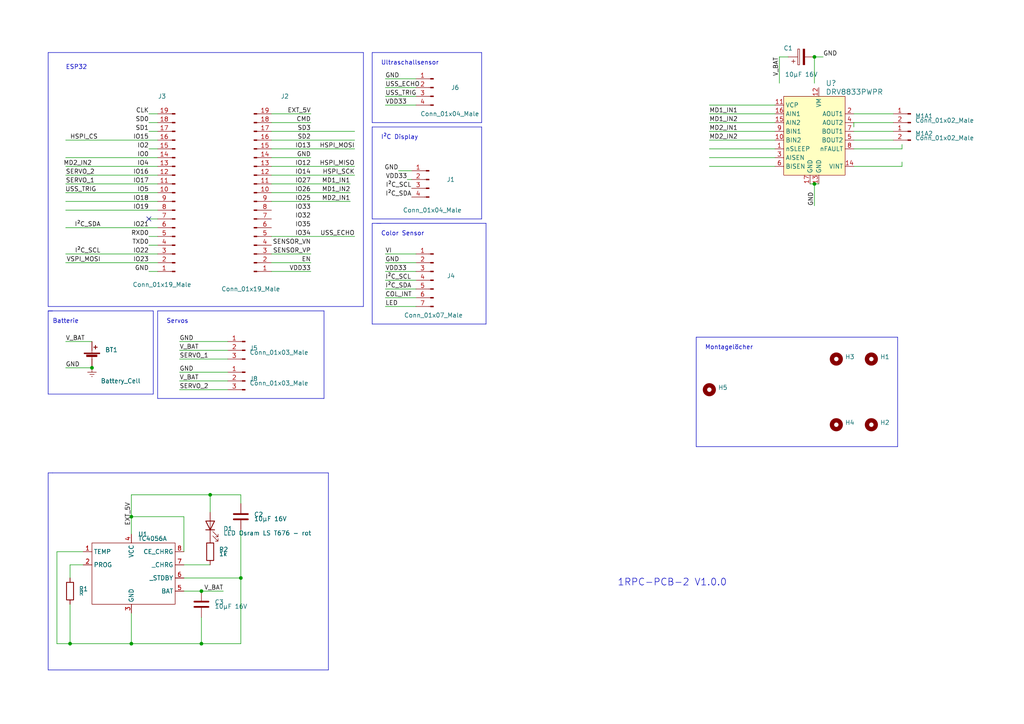
<source format=kicad_sch>
(kicad_sch (version 20220104) (generator eeschema)
  (paper "A4")
  (lib_symbols
    (symbol "Connector:Conn_01x02_Male" (pin_names (offset 1.016) hide)
      (property "Reference" "J" (at 0 2.54 0))
      (property "Value" "Conn_01x02_Male" (at 0 -5.08 0))
      (symbol "Conn_01x02_Male_1_1"
        (polyline (pts (xy 1.27 -2.54) (xy 0.8636 -2.54)) (stroke (width 0.1524)))
        (polyline (pts (xy 1.27 0) (xy 0.8636 0)) (stroke (width 0.1524)))
        (rectangle (start 0.8636 -2.413) (end 0 -2.667) (stroke (width 0.1524)) (fill (type outline)))
        (rectangle (start 0.8636 0.127) (end 0 -0.127) (stroke (width 0.1524)) (fill (type outline)))
        (pin passive line (at 5.08 0 180) (length 3.81) (name "Pin_1") (number "1"))
        (pin passive line (at 5.08 -2.54 180) (length 3.81) (name "Pin_2") (number "2"))
      )
    )
    (symbol "Connector:Conn_01x03_Male" (pin_names (offset 1.016) hide)
      (property "Reference" "J" (at 0 5.08 0))
      (property "Value" "Conn_01x03_Male" (at 0 -5.08 0))
      (symbol "Conn_01x03_Male_1_1"
        (polyline (pts (xy 1.27 -2.54) (xy 0.8636 -2.54)) (stroke (width 0.1524)))
        (polyline (pts (xy 1.27 0) (xy 0.8636 0)) (stroke (width 0.1524)))
        (polyline (pts (xy 1.27 2.54) (xy 0.8636 2.54)) (stroke (width 0.1524)))
        (rectangle (start 0.8636 -2.413) (end 0 -2.667) (stroke (width 0.1524)) (fill (type outline)))
        (rectangle (start 0.8636 0.127) (end 0 -0.127) (stroke (width 0.1524)) (fill (type outline)))
        (rectangle (start 0.8636 2.667) (end 0 2.413) (stroke (width 0.1524)) (fill (type outline)))
        (pin passive line (at 5.08 2.54 180) (length 3.81) (name "Pin_1") (number "1"))
        (pin passive line (at 5.08 0 180) (length 3.81) (name "Pin_2") (number "2"))
        (pin passive line (at 5.08 -2.54 180) (length 3.81) (name "Pin_3") (number "3"))
      )
    )
    (symbol "Connector:Conn_01x04_Male" (pin_names (offset 1.016) hide)
      (property "Reference" "J" (at 0 5.08 0))
      (property "Value" "Conn_01x04_Male" (at 0 -7.62 0))
      (symbol "Conn_01x04_Male_1_1"
        (polyline (pts (xy 1.27 -5.08) (xy 0.8636 -5.08)) (stroke (width 0.1524)))
        (polyline (pts (xy 1.27 -2.54) (xy 0.8636 -2.54)) (stroke (width 0.1524)))
        (polyline (pts (xy 1.27 0) (xy 0.8636 0)) (stroke (width 0.1524)))
        (polyline (pts (xy 1.27 2.54) (xy 0.8636 2.54)) (stroke (width 0.1524)))
        (rectangle (start 0.8636 -4.953) (end 0 -5.207) (stroke (width 0.1524)) (fill (type outline)))
        (rectangle (start 0.8636 -2.413) (end 0 -2.667) (stroke (width 0.1524)) (fill (type outline)))
        (rectangle (start 0.8636 0.127) (end 0 -0.127) (stroke (width 0.1524)) (fill (type outline)))
        (rectangle (start 0.8636 2.667) (end 0 2.413) (stroke (width 0.1524)) (fill (type outline)))
        (pin passive line (at 5.08 2.54 180) (length 3.81) (name "Pin_1") (number "1"))
        (pin passive line (at 5.08 0 180) (length 3.81) (name "Pin_2") (number "2"))
        (pin passive line (at 5.08 -2.54 180) (length 3.81) (name "Pin_3") (number "3"))
        (pin passive line (at 5.08 -5.08 180) (length 3.81) (name "Pin_4") (number "4"))
      )
    )
    (symbol "Connector:Conn_01x07_Male" (pin_names (offset 1.016) hide)
      (property "Reference" "J" (at 0 10.16 0))
      (property "Value" "Conn_01x07_Male" (at 0 -10.16 0))
      (symbol "Conn_01x07_Male_1_1"
        (polyline (pts (xy 1.27 -7.62) (xy 0.8636 -7.62)) (stroke (width 0.1524)))
        (polyline (pts (xy 1.27 -5.08) (xy 0.8636 -5.08)) (stroke (width 0.1524)))
        (polyline (pts (xy 1.27 -2.54) (xy 0.8636 -2.54)) (stroke (width 0.1524)))
        (polyline (pts (xy 1.27 0) (xy 0.8636 0)) (stroke (width 0.1524)))
        (polyline (pts (xy 1.27 2.54) (xy 0.8636 2.54)) (stroke (width 0.1524)))
        (polyline (pts (xy 1.27 5.08) (xy 0.8636 5.08)) (stroke (width 0.1524)))
        (polyline (pts (xy 1.27 7.62) (xy 0.8636 7.62)) (stroke (width 0.1524)))
        (rectangle (start 0.8636 -7.493) (end 0 -7.747) (stroke (width 0.1524)) (fill (type outline)))
        (rectangle (start 0.8636 -4.953) (end 0 -5.207) (stroke (width 0.1524)) (fill (type outline)))
        (rectangle (start 0.8636 -2.413) (end 0 -2.667) (stroke (width 0.1524)) (fill (type outline)))
        (rectangle (start 0.8636 0.127) (end 0 -0.127) (stroke (width 0.1524)) (fill (type outline)))
        (rectangle (start 0.8636 2.667) (end 0 2.413) (stroke (width 0.1524)) (fill (type outline)))
        (rectangle (start 0.8636 5.207) (end 0 4.953) (stroke (width 0.1524)) (fill (type outline)))
        (rectangle (start 0.8636 7.747) (end 0 7.493) (stroke (width 0.1524)) (fill (type outline)))
        (pin passive line (at 5.08 7.62 180) (length 3.81) (name "Pin_1") (number "1"))
        (pin passive line (at 5.08 5.08 180) (length 3.81) (name "Pin_2") (number "2"))
        (pin passive line (at 5.08 2.54 180) (length 3.81) (name "Pin_3") (number "3"))
        (pin passive line (at 5.08 0 180) (length 3.81) (name "Pin_4") (number "4"))
        (pin passive line (at 5.08 -2.54 180) (length 3.81) (name "Pin_5") (number "5"))
        (pin passive line (at 5.08 -5.08 180) (length 3.81) (name "Pin_6") (number "6"))
        (pin passive line (at 5.08 -7.62 180) (length 3.81) (name "Pin_7") (number "7"))
      )
    )
    (symbol "Connector:Conn_01x19_Male" (pin_names (offset 1.016) hide)
      (property "Reference" "J" (at 0 25.4 0))
      (property "Value" "Conn_01x19_Male" (at 0 -25.4 0))
      (symbol "Conn_01x19_Male_1_1"
        (polyline (pts (xy 1.27 -22.86) (xy 0.8636 -22.86)) (stroke (width 0.1524)))
        (polyline (pts (xy 1.27 -20.32) (xy 0.8636 -20.32)) (stroke (width 0.1524)))
        (polyline (pts (xy 1.27 -17.78) (xy 0.8636 -17.78)) (stroke (width 0.1524)))
        (polyline (pts (xy 1.27 -15.24) (xy 0.8636 -15.24)) (stroke (width 0.1524)))
        (polyline (pts (xy 1.27 -12.7) (xy 0.8636 -12.7)) (stroke (width 0.1524)))
        (polyline (pts (xy 1.27 -10.16) (xy 0.8636 -10.16)) (stroke (width 0.1524)))
        (polyline (pts (xy 1.27 -7.62) (xy 0.8636 -7.62)) (stroke (width 0.1524)))
        (polyline (pts (xy 1.27 -5.08) (xy 0.8636 -5.08)) (stroke (width 0.1524)))
        (polyline (pts (xy 1.27 -2.54) (xy 0.8636 -2.54)) (stroke (width 0.1524)))
        (polyline (pts (xy 1.27 0) (xy 0.8636 0)) (stroke (width 0.1524)))
        (polyline (pts (xy 1.27 2.54) (xy 0.8636 2.54)) (stroke (width 0.1524)))
        (polyline (pts (xy 1.27 5.08) (xy 0.8636 5.08)) (stroke (width 0.1524)))
        (polyline (pts (xy 1.27 7.62) (xy 0.8636 7.62)) (stroke (width 0.1524)))
        (polyline (pts (xy 1.27 10.16) (xy 0.8636 10.16)) (stroke (width 0.1524)))
        (polyline (pts (xy 1.27 12.7) (xy 0.8636 12.7)) (stroke (width 0.1524)))
        (polyline (pts (xy 1.27 15.24) (xy 0.8636 15.24)) (stroke (width 0.1524)))
        (polyline (pts (xy 1.27 17.78) (xy 0.8636 17.78)) (stroke (width 0.1524)))
        (polyline (pts (xy 1.27 20.32) (xy 0.8636 20.32)) (stroke (width 0.1524)))
        (polyline (pts (xy 1.27 22.86) (xy 0.8636 22.86)) (stroke (width 0.1524)))
        (rectangle (start 0.8636 -22.733) (end 0 -22.987) (stroke (width 0.1524)) (fill (type outline)))
        (rectangle (start 0.8636 -20.193) (end 0 -20.447) (stroke (width 0.1524)) (fill (type outline)))
        (rectangle (start 0.8636 -17.653) (end 0 -17.907) (stroke (width 0.1524)) (fill (type outline)))
        (rectangle (start 0.8636 -15.113) (end 0 -15.367) (stroke (width 0.1524)) (fill (type outline)))
        (rectangle (start 0.8636 -12.573) (end 0 -12.827) (stroke (width 0.1524)) (fill (type outline)))
        (rectangle (start 0.8636 -10.033) (end 0 -10.287) (stroke (width 0.1524)) (fill (type outline)))
        (rectangle (start 0.8636 -7.493) (end 0 -7.747) (stroke (width 0.1524)) (fill (type outline)))
        (rectangle (start 0.8636 -4.953) (end 0 -5.207) (stroke (width 0.1524)) (fill (type outline)))
        (rectangle (start 0.8636 -2.413) (end 0 -2.667) (stroke (width 0.1524)) (fill (type outline)))
        (rectangle (start 0.8636 0.127) (end 0 -0.127) (stroke (width 0.1524)) (fill (type outline)))
        (rectangle (start 0.8636 2.667) (end 0 2.413) (stroke (width 0.1524)) (fill (type outline)))
        (rectangle (start 0.8636 5.207) (end 0 4.953) (stroke (width 0.1524)) (fill (type outline)))
        (rectangle (start 0.8636 7.747) (end 0 7.493) (stroke (width 0.1524)) (fill (type outline)))
        (rectangle (start 0.8636 10.287) (end 0 10.033) (stroke (width 0.1524)) (fill (type outline)))
        (rectangle (start 0.8636 12.827) (end 0 12.573) (stroke (width 0.1524)) (fill (type outline)))
        (rectangle (start 0.8636 15.367) (end 0 15.113) (stroke (width 0.1524)) (fill (type outline)))
        (rectangle (start 0.8636 17.907) (end 0 17.653) (stroke (width 0.1524)) (fill (type outline)))
        (rectangle (start 0.8636 20.447) (end 0 20.193) (stroke (width 0.1524)) (fill (type outline)))
        (rectangle (start 0.8636 22.987) (end 0 22.733) (stroke (width 0.1524)) (fill (type outline)))
        (pin passive line (at 5.08 22.86 180) (length 3.81) (name "Pin_1") (number "1"))
        (pin passive line (at 5.08 0 180) (length 3.81) (name "Pin_10") (number "10"))
        (pin passive line (at 5.08 -2.54 180) (length 3.81) (name "Pin_11") (number "11"))
        (pin passive line (at 5.08 -5.08 180) (length 3.81) (name "Pin_12") (number "12"))
        (pin passive line (at 5.08 -7.62 180) (length 3.81) (name "Pin_13") (number "13"))
        (pin passive line (at 5.08 -10.16 180) (length 3.81) (name "Pin_14") (number "14"))
        (pin passive line (at 5.08 -12.7 180) (length 3.81) (name "Pin_15") (number "15"))
        (pin passive line (at 5.08 -15.24 180) (length 3.81) (name "Pin_16") (number "16"))
        (pin passive line (at 5.08 -17.78 180) (length 3.81) (name "Pin_17") (number "17"))
        (pin passive line (at 5.08 -20.32 180) (length 3.81) (name "Pin_18") (number "18"))
        (pin passive line (at 5.08 -22.86 180) (length 3.81) (name "Pin_19") (number "19"))
        (pin passive line (at 5.08 20.32 180) (length 3.81) (name "Pin_2") (number "2"))
        (pin passive line (at 5.08 17.78 180) (length 3.81) (name "Pin_3") (number "3"))
        (pin passive line (at 5.08 15.24 180) (length 3.81) (name "Pin_4") (number "4"))
        (pin passive line (at 5.08 12.7 180) (length 3.81) (name "Pin_5") (number "5"))
        (pin passive line (at 5.08 10.16 180) (length 3.81) (name "Pin_6") (number "6"))
        (pin passive line (at 5.08 7.62 180) (length 3.81) (name "Pin_7") (number "7"))
        (pin passive line (at 5.08 5.08 180) (length 3.81) (name "Pin_8") (number "8"))
        (pin passive line (at 5.08 2.54 180) (length 3.81) (name "Pin_9") (number "9"))
      )
    )
    (symbol "Device:Battery_Cell" (pin_numbers hide) (pin_names (offset 0) hide)
      (property "Reference" "BT" (at 2.54 2.54 0))
      (property "Value" "Battery_Cell" (at 2.54 0 0))
      (symbol "Battery_Cell_0_1"
        (rectangle (start -2.286 1.778) (end 2.286 1.524) (fill (type outline)))
        (rectangle (start -1.5748 1.1938) (end 1.4732 0.6858) (fill (type outline)))
        (polyline (pts (xy 0 0.762) (xy 0 0)))
        (polyline (pts (xy 0 1.778) (xy 0 2.54)))
        (polyline (pts (xy 0.508 3.429) (xy 1.524 3.429)) (stroke (width 0.254)))
        (polyline (pts (xy 1.016 3.937) (xy 1.016 2.921)) (stroke (width 0.254)))
      )
      (symbol "Battery_Cell_1_1"
        (pin passive line (at 0 5.08 270) (length 2.54) (name "+") (number "1"))
        (pin passive line (at 0 -2.54 90) (length 2.54) (name "-") (number "2"))
      )
    )
    (symbol "Device:C" (pin_numbers hide) (pin_names (offset 0.254))
      (property "Reference" "C" (at 0.635 2.54 0))
      (property "Value" "C" (at 0.635 -2.54 0))
      (symbol "C_0_1"
        (polyline (pts (xy -2.032 -0.762) (xy 2.032 -0.762)) (stroke (width 0.508)))
        (polyline (pts (xy -2.032 0.762) (xy 2.032 0.762)) (stroke (width 0.508)))
      )
      (symbol "C_1_1"
        (pin passive line (at 0 3.81 270) (length 2.794) (name "~") (number "1"))
        (pin passive line (at 0 -3.81 90) (length 2.794) (name "~") (number "2"))
      )
    )
    (symbol "Device:C_Polarized" (pin_numbers hide) (pin_names (offset 0.254))
      (property "Reference" "C" (at 0.635 2.54 0))
      (property "Value" "C_Polarized" (at 0.635 -2.54 0))
      (symbol "C_Polarized_0_1"
        (rectangle (start -2.286 0.508) (end 2.286 1.016))
        (polyline (pts (xy -1.778 2.286) (xy -0.762 2.286)))
        (polyline (pts (xy -1.27 2.794) (xy -1.27 1.778)))
        (rectangle (start 2.286 -0.508) (end -2.286 -1.016) (fill (type outline)))
      )
      (symbol "C_Polarized_1_1"
        (pin passive line (at 0 3.81 270) (length 2.794) (name "~") (number "1"))
        (pin passive line (at 0 -3.81 90) (length 2.794) (name "~") (number "2"))
      )
    )
    (symbol "Device:LED" (pin_numbers hide) (pin_names (offset 1.016) hide)
      (property "Reference" "D" (at 0 2.54 0))
      (property "Value" "LED" (at 0 -2.54 0))
      (symbol "LED_0_1"
        (polyline (pts (xy -1.27 -1.27) (xy -1.27 1.27)) (stroke (width 0.254)))
        (polyline (pts (xy -1.27 0) (xy 1.27 0)))
        (polyline (pts (xy 1.27 -1.27) (xy 1.27 1.27) (xy -1.27 0) (xy 1.27 -1.27)) (stroke (width 0.254)))
        (polyline (pts (xy -3.048 -0.762) (xy -4.572 -2.286) (xy -3.81 -2.286) (xy -4.572 -2.286) (xy -4.572 -1.524)))
        (polyline (pts (xy -1.778 -0.762) (xy -3.302 -2.286) (xy -2.54 -2.286) (xy -3.302 -2.286) (xy -3.302 -1.524)))
      )
      (symbol "LED_1_1"
        (pin passive line (at -3.81 0 0) (length 2.54) (name "K") (number "1"))
        (pin passive line (at 3.81 0 180) (length 2.54) (name "A") (number "2"))
      )
    )
    (symbol "Device:R" (pin_numbers hide) (pin_names (offset 0))
      (property "Reference" "R" (at 2.032 0 90))
      (property "Value" "R" (at 0 0 90))
      (symbol "R_0_1"
        (rectangle (start -1.016 -2.54) (end 1.016 2.54) (stroke (width 0.254)))
      )
      (symbol "R_1_1"
        (pin passive line (at 0 3.81 270) (length 1.27) (name "~") (number "1"))
        (pin passive line (at 0 -3.81 90) (length 1.27) (name "~") (number "2"))
      )
    )
    (symbol "Mechanical:MountingHole" (pin_names (offset 1.016))
      (property "Reference" "H" (at 0 5.08 0))
      (property "Value" "MountingHole" (at 0 3.175 0))
      (symbol "MountingHole_0_1"
        (circle (center 0 0) (radius 1.27) (stroke (width 1.27)))
      )
    )
    (symbol "MountingHole_1" (pin_names (offset 1.016) hide)
      (property "Reference" "H" (at 0 5.08 0))
      (property "Value" "MountingHole_1" (at 0 3.175 0))
      (symbol "MountingHole_1_0_1"
        (circle (center 0 0) (radius 1.27) (stroke (width 1.27)))
      )
    )
    (symbol "ch1:TC4056A"
      (property "Reference" "U" (at -2.54 15.24 0))
      (property "Value" "TC4056A" (at 3.81 -31.75 0))
      (symbol "TC4056A_0_1"
        (rectangle (start -3.81 10.16) (end 20.32 -7.62))
      )
      (symbol "TC4056A_1_1"
        (pin passive line (at -6.35 7.62 0) (length 2.54) (name "TEMP") (number "1"))
        (pin passive line (at -6.35 3.81 0) (length 2.54) (name "PROG") (number "2"))
        (pin passive line (at 7.62 -10.16 90) (length 2.54) (name "GND") (number "3"))
        (pin power_in line (at 7.62 12.7 270) (length 2.54) (name "VCC") (number "4"))
        (pin passive line (at 22.86 -3.81 180) (length 2.54) (name "BAT") (number "5"))
        (pin passive line (at 22.86 0 180) (length 2.54) (name "_STDBY") (number "6"))
        (pin passive line (at 22.86 3.81 180) (length 2.54) (name "_CHRG") (number "7"))
        (pin passive line (at 22.86 7.62 180) (length 2.54) (name "CE_CHRG") (number "8"))
      )
    )
    (symbol "dk_PMIC-Full-Half-Bridge-Drivers:DRV8833PWPR"
      (property "Reference" "U" (at -7.62 13.97 0))
      (property "Value" "DRV8833PWPR" (at -5.08 16.51 0))
      (symbol "DRV8833PWPR_0_1"
        (rectangle (start -10.16 12.7) (end 7.62 -10.16) (fill (type background)))
      )
      (symbol "DRV8833PWPR_1_1"
        (pin input line (at -12.7 -2.54 0) (length 2.54) (name "nSLEEP") (number "1"))
        (pin input line (at -12.7 0 0) (length 2.54) (name "BIN2") (number "10"))
        (pin bidirectional line (at -12.7 10.16 0) (length 2.54) (name "VCP") (number "11"))
        (pin power_in line (at 0 15.24 270) (length 2.54) (name "VM") (number "12"))
        (pin power_in line (at 0 -12.7 90) (length 2.54) (name "GND") (number "13"))
        (pin passive line (at 10.16 -7.62 180) (length 2.54) (name "VINT") (number "14"))
        (pin input line (at -12.7 5.08 0) (length 2.54) (name "AIN2") (number "15"))
        (pin input line (at -12.7 7.62 0) (length 2.54) (name "AIN1") (number "16"))
        (pin unspecified line (at -2.54 -12.7 90) (length 2.54) (name "GND") (number "17"))
        (pin output line (at 10.16 7.62 180) (length 2.54) (name "AOUT1") (number "2"))
        (pin bidirectional line (at -12.7 -5.08 0) (length 2.54) (name "AISEN") (number "3"))
        (pin output line (at 10.16 5.08 180) (length 2.54) (name "AOUT2") (number "4"))
        (pin output line (at 10.16 0 180) (length 2.54) (name "BOUT2") (number "5"))
        (pin bidirectional line (at -12.7 -7.62 0) (length 2.54) (name "BISEN") (number "6"))
        (pin output line (at 10.16 2.54 180) (length 2.54) (name "BOUT1") (number "7"))
        (pin output line (at 10.16 -2.54 180) (length 2.54) (name "nFAULT") (number "8"))
        (pin input line (at -12.7 2.54 0) (length 2.54) (name "BIN1") (number "9"))
      )
    )
    (symbol "power:Earth" (power) (pin_names (offset 0))
      (symbol "Earth_0_1"
        (polyline (pts (xy -0.635 -1.905) (xy 0.635 -1.905)))
        (polyline (pts (xy -0.127 -2.54) (xy 0.127 -2.54)))
        (polyline (pts (xy 0 -1.27) (xy 0 0)))
        (polyline (pts (xy 1.27 -1.27) (xy -1.27 -1.27)))
      )
      (symbol "Earth_1_1"
        (pin power_in line (at 0 0 270) (length 0) hide (name "Earth") (number "1"))
      )
    )
  )
  (junction (at 20.32 186.69))
  (junction (at 236.22 53.34))
  (junction (at 58.42 186.69))
  (junction (at 38.1 149.86))
  (junction (at 38.1 186.69))
  (junction (at 236.22 16.51))
  (junction (at 26.67 106.68))
  (junction (at 60.96 143.51))
  (junction (at 69.85 167.64))
  (junction (at 58.42 171.45))
  (no_connect (at 43.18 63.5))
  (wire (pts (xy 111.76 88.9) (xy 120.65 88.9)))
  (wire (pts (xy 43.18 68.58) (xy 45.72 68.58)))
  (wire (pts (xy 45.72 73.66) (xy 19.05 73.66)))
  (wire (pts (xy 205.74 30.48) (xy 224.79 30.48)))
  (wire (pts (xy 247.65 40.64) (xy 259.08 40.64)))
  (polyline (pts (xy 13.97 137.16) (xy 15.24 137.16)))
  (wire (pts (xy 102.87 43.18) (xy 78.74 43.18)))
  (polyline (pts (xy 107.95 36.83) (xy 107.95 63.5)))
  (wire (pts (xy 78.74 68.58) (xy 102.87 68.58)))
  (polyline (pts (xy 13.97 194.31) (xy 13.97 137.16)))
  (wire (pts (xy 111.76 22.86) (xy 120.65 22.86)))
  (polyline (pts (xy 107.95 36.83) (xy 139.7 36.83)))
  (wire (pts (xy 205.74 40.64) (xy 224.79 40.64)))
  (wire (pts (xy 247.65 48.26) (xy 261.62 48.26)))
  (polyline (pts (xy 95.25 137.16) (xy 95.25 194.31)))
  (wire (pts (xy 111.76 30.48) (xy 120.65 30.48)))
  (polyline (pts (xy 44.45 114.3) (xy 13.97 114.3)))
  (wire (pts (xy 66.04 110.49) (xy 52.07 110.49)))
  (wire (pts (xy 205.74 48.26) (xy 224.79 48.26)))
  (wire (pts (xy 53.34 149.86) (xy 38.1 149.86)))
  (wire (pts (xy 19.05 50.8) (xy 45.72 50.8)))
  (wire (pts (xy 90.17 78.74) (xy 78.74 78.74)))
  (wire (pts (xy 58.42 186.69) (xy 38.1 186.69)))
  (wire (pts (xy 111.76 25.4) (xy 120.65 25.4)))
  (wire (pts (xy 45.72 76.2) (xy 19.05 76.2)))
  (wire (pts (xy 43.18 43.18) (xy 45.72 43.18)))
  (wire (pts (xy 236.22 53.34) (xy 237.49 53.34)))
  (wire (pts (xy 247.65 35.56) (xy 247.65 36.83)))
  (polyline (pts (xy 107.95 63.5) (xy 139.7 63.5)))
  (polyline (pts (xy 13.97 90.17) (xy 44.45 90.17)))
  (wire (pts (xy 247.65 43.18) (xy 261.62 43.18)))
  (polyline (pts (xy 95.25 194.31) (xy 13.97 194.31)))
  (wire (pts (xy 45.72 40.64) (xy 19.05 40.64)))
  (wire (pts (xy 226.06 16.51) (xy 228.6 16.51)))
  (wire (pts (xy 45.72 58.42) (xy 19.05 58.42)))
  (wire (pts (xy 16.51 186.69) (xy 20.32 186.69)))
  (wire (pts (xy 69.85 143.51) (xy 69.85 146.05)))
  (polyline (pts (xy 105.41 88.9) (xy 13.97 88.9)))
  (polyline (pts (xy 13.97 88.9) (xy 13.97 15.24)))
  (wire (pts (xy 38.1 149.86) (xy 38.1 154.94)))
  (wire (pts (xy 111.76 76.2) (xy 120.65 76.2)))
  (polyline (pts (xy 13.97 15.24) (xy 105.41 15.24)))
  (wire (pts (xy 90.17 33.02) (xy 78.74 33.02)))
  (wire (pts (xy 78.74 53.34) (xy 101.6 53.34)))
  (wire (pts (xy 53.34 171.45) (xy 58.42 171.45)))
  (wire (pts (xy 19.05 99.06) (xy 26.67 99.06)))
  (wire (pts (xy 90.17 45.72) (xy 78.74 45.72)))
  (wire (pts (xy 60.96 143.51) (xy 60.96 148.59)))
  (wire (pts (xy 19.05 106.68) (xy 26.67 106.68)))
  (wire (pts (xy 69.85 153.67) (xy 69.85 167.64)))
  (wire (pts (xy 45.72 33.02) (xy 43.18 33.02)))
  (wire (pts (xy 205.74 45.72) (xy 224.79 45.72)))
  (wire (pts (xy 58.42 179.07) (xy 58.42 186.69)))
  (wire (pts (xy 111.76 83.82) (xy 120.65 83.82)))
  (wire (pts (xy 102.87 50.8) (xy 78.74 50.8)))
  (polyline (pts (xy 107.95 64.77) (xy 110.49 64.77)))
  (polyline (pts (xy 201.93 97.79) (xy 201.93 129.54)))
  (wire (pts (xy 236.22 16.51) (xy 238.76 16.51)))
  (wire (pts (xy 247.65 33.02) (xy 259.08 33.02)))
  (polyline (pts (xy 260.35 97.79) (xy 260.35 129.54)))
  (wire (pts (xy 205.74 43.18) (xy 224.79 43.18)))
  (wire (pts (xy 52.07 99.06) (xy 66.04 99.06)))
  (wire (pts (xy 20.32 163.83) (xy 20.32 167.64)))
  (wire (pts (xy 234.95 53.34) (xy 236.22 53.34)))
  (wire (pts (xy 111.76 81.28) (xy 120.65 81.28)))
  (wire (pts (xy 261.62 46.99) (xy 261.62 48.26)))
  (wire (pts (xy 247.65 38.1) (xy 259.08 38.1)))
  (wire (pts (xy 111.76 86.36) (xy 120.65 86.36)))
  (wire (pts (xy 20.32 186.69) (xy 38.1 186.69)))
  (polyline (pts (xy 107.95 35.56) (xy 139.7 35.56)))
  (polyline (pts (xy 201.93 97.79) (xy 260.35 97.79)))
  (wire (pts (xy 102.87 40.64) (xy 78.74 40.64)))
  (polyline (pts (xy 139.7 63.5) (xy 139.7 36.83)))
  (polyline (pts (xy 13.97 90.17) (xy 15.24 90.17)))
  (wire (pts (xy 20.32 175.26) (xy 20.32 186.69)))
  (polyline (pts (xy 93.98 115.57) (xy 93.98 90.17)))
  (wire (pts (xy 43.18 71.12) (xy 45.72 71.12)))
  (wire (pts (xy 53.34 163.83) (xy 60.96 163.83)))
  (wire (pts (xy 45.72 45.72) (xy 19.05 45.72)))
  (polyline (pts (xy 105.41 15.24) (xy 105.41 88.9)))
  (wire (pts (xy 261.62 41.91) (xy 261.62 43.18)))
  (wire (pts (xy 102.87 38.1) (xy 78.74 38.1)))
  (polyline (pts (xy 13.97 114.3) (xy 13.97 90.17)))
  (polyline (pts (xy 15.24 137.16) (xy 95.25 137.16)))
  (wire (pts (xy 118.11 52.07) (xy 119.38 52.07)))
  (wire (pts (xy 43.18 78.74) (xy 45.72 78.74)))
  (wire (pts (xy 43.18 38.1) (xy 45.72 38.1)))
  (polyline (pts (xy 139.7 35.56) (xy 139.7 15.24)))
  (wire (pts (xy 60.96 143.51) (xy 69.85 143.51)))
  (wire (pts (xy 19.05 53.34) (xy 45.72 53.34)))
  (wire (pts (xy 52.07 104.14) (xy 66.04 104.14)))
  (wire (pts (xy 38.1 143.51) (xy 60.96 143.51)))
  (polyline (pts (xy 44.45 90.17) (xy 44.45 114.3)))
  (polyline (pts (xy 109.22 64.77) (xy 140.97 64.77)))
  (wire (pts (xy 69.85 167.64) (xy 69.85 186.69)))
  (wire (pts (xy 24.13 160.02) (xy 16.51 160.02)))
  (wire (pts (xy 111.76 27.94) (xy 120.65 27.94)))
  (polyline (pts (xy 107.95 93.98) (xy 107.95 64.77)))
  (wire (pts (xy 38.1 143.51) (xy 38.1 149.86)))
  (wire (pts (xy 111.76 78.74) (xy 120.65 78.74)))
  (wire (pts (xy 205.74 33.02) (xy 224.79 33.02)))
  (wire (pts (xy 226.06 16.51) (xy 226.06 24.13)))
  (wire (pts (xy 111.76 73.66) (xy 120.65 73.66)))
  (polyline (pts (xy 107.95 15.24) (xy 107.95 35.56)))
  (wire (pts (xy 205.74 38.1) (xy 224.79 38.1)))
  (wire (pts (xy 78.74 55.88) (xy 101.6 55.88)))
  (wire (pts (xy 53.34 160.02) (xy 53.34 149.86)))
  (wire (pts (xy 45.72 55.88) (xy 19.05 55.88)))
  (wire (pts (xy 43.18 35.56) (xy 45.72 35.56)))
  (wire (pts (xy 16.51 160.02) (xy 16.51 186.69)))
  (wire (pts (xy 69.85 186.69) (xy 58.42 186.69)))
  (wire (pts (xy 52.07 113.03) (xy 66.04 113.03)))
  (wire (pts (xy 236.22 16.51) (xy 236.22 24.13)))
  (wire (pts (xy 205.74 35.56) (xy 224.79 35.56)))
  (polyline (pts (xy 45.72 90.17) (xy 45.72 115.57)))
  (polyline (pts (xy 260.35 129.54) (xy 201.93 129.54)))
  (wire (pts (xy 43.18 63.5) (xy 45.72 63.5)))
  (polyline (pts (xy 45.72 115.57) (xy 93.98 115.57)))
  (wire (pts (xy 52.07 107.95) (xy 66.04 107.95)))
  (wire (pts (xy 66.04 101.6) (xy 52.07 101.6)))
  (polyline (pts (xy 140.97 93.98) (xy 107.95 93.98)))
  (wire (pts (xy 236.22 53.34) (xy 236.22 59.69)))
  (wire (pts (xy 115.57 49.53) (xy 119.38 49.53)))
  (polyline (pts (xy 140.97 64.77) (xy 140.97 93.98)))
  (wire (pts (xy 78.74 58.42) (xy 101.6 58.42)))
  (wire (pts (xy 24.13 163.83) (xy 20.32 163.83)))
  (wire (pts (xy 102.87 48.26) (xy 78.74 48.26)))
  (wire (pts (xy 259.08 35.56) (xy 247.65 35.56)))
  (polyline (pts (xy 45.72 90.17) (xy 93.98 90.17)))
  (wire (pts (xy 45.72 60.96) (xy 19.05 60.96)))
  (wire (pts (xy 53.34 167.64) (xy 69.85 167.64)))
  (wire (pts (xy 45.72 48.26) (xy 19.05 48.26)))
  (wire (pts (xy 78.74 76.2) (xy 90.17 76.2)))
  (wire (pts (xy 38.1 177.8) (xy 38.1 186.69)))
  (wire (pts (xy 19.05 66.04) (xy 45.72 66.04)))
  (wire (pts (xy 78.74 73.66) (xy 90.17 73.66)))
  (wire (pts (xy 90.17 35.56) (xy 78.74 35.56)))
  (polyline (pts (xy 107.95 15.24) (xy 139.7 15.24)))
  (wire (pts (xy 58.42 171.45) (xy 64.77 171.45)))
  (text "I²C Display" (at 110.49 40.64 0) (effects (font (size 1.27 1.27)) (justify left bottom)))
  (text "Montagelöcher" (at 204.47 101.6 0) (effects (font (size 1.27 1.27)) (justify left bottom)))
  (text "1RPC-PCB-2 V1.0.0" (at 179.07 170.18 0) (effects (font (size 2 2)) (justify left bottom)))
  (text "Servos" (at 48.26 93.98 0) (effects (font (size 1.27 1.27)) (justify left bottom)))
  (text "Ultraschallsensor" (at 110.49 19.05 0) (effects (font (size 1.27 1.27)) (justify left bottom)))
  (text "Color Sensor" (at 110.49 68.58 0) (effects (font (size 1.27 1.27)) (justify left bottom)))
  (text "ESP32 " (at 19.05 20.32 0) (effects (font (size 1.27 1.27)) (justify left bottom)))
  (text "Batterie" (at 15.24 93.98 0) (effects (font (size 1.27 1.27)) (justify left bottom)))
  (label "IO16" (at 43.18 50.8 180))
  (label "HSPI_SCK" (at 102.87 50.8 180))
  (label "USS_TRIG" (at 27.94 55.88 180))
  (label "HSPI_MISO" (at 102.87 48.26 180))
  (label "V_BAT" (at 52.07 110.49 0))
  (label "IO23" (at 43.18 76.2 180))
  (label "MD2_IN1" (at 101.6 58.42 180))
  (label "IO15" (at 43.18 40.64 180))
  (label "EXT_5V" (at 90.17 33.02 180))
  (label "SD3" (at 90.17 38.1 180))
  (label "I²C_SCL" (at 29.21 73.66 180))
  (label "EN" (at 90.17 76.2 180))
  (label "VDD33" (at 111.76 78.74 0))
  (label "IO14" (at 90.17 50.8 180))
  (label "HSPI_MOSI" (at 102.87 43.18 180))
  (label "VSPI_MOSI" (at 29.21 76.2 180))
  (label "I²C_SCL" (at 119.38 54.61 180))
  (label "IO21" (at 43.18 66.04 180))
  (label "IO25" (at 90.17 58.42 180))
  (label "MD1_IN1" (at 101.6 53.34 180))
  (label "USS_ECHO" (at 102.87 68.58 180))
  (label "IO12" (at 90.17 48.26 180))
  (label "MD1_IN2" (at 205.74 35.56 0))
  (label "SENSOR_VN" (at 90.17 71.12 180))
  (label "SERVO_1" (at 19.05 53.34 0))
  (label "IO4" (at 43.18 48.26 180))
  (label "VSPI_CS" (at -10.16 53.34 180))
  (label "IO2" (at 43.18 43.18 180))
  (label "MD2_IN2" (at 205.74 40.64 0))
  (label "IO13" (at 90.17 43.18 180))
  (label "MD2_IN1" (at 205.74 38.1 0))
  (label "I²C_SDA" (at 119.38 57.15 180))
  (label "V_BAT" (at 19.05 99.06 0))
  (label "CMD" (at 90.17 35.56 180))
  (label "VI" (at 111.76 73.66 0))
  (label "GND" (at 111.76 22.86 0))
  (label "USS_ECHO" (at 111.76 25.4 0))
  (label "HSPI_CS" (at 20.32 40.64 0))
  (label "I²C_SDA" (at 111.76 83.82 0))
  (label "IO0" (at 43.18 45.72 180))
  (label "SD2" (at 90.17 40.64 180))
  (label "GND" (at 115.57 49.53 180))
  (label "GND" (at 90.17 45.72 180))
  (label "SERVO_2" (at 19.05 50.8 0))
  (label "V_BAT" (at 64.77 171.45 180))
  (label "IO35" (at 90.17 66.04 180))
  (label "GND" (at 52.07 107.95 0))
  (label "IO32" (at 90.17 63.5 180))
  (label "IO22" (at 43.18 73.66 180))
  (label "V_BAT" (at 226.06 16.51 270))
  (label "RXD0" (at 43.18 68.58 180))
  (label "IO17" (at 43.18 53.34 180))
  (label "TXD0" (at 43.18 71.12 180))
  (label "SD0" (at 43.18 35.56 180))
  (label "CLK" (at 43.18 33.02 180))
  (label "VSPI_MISO" (at -7.62 59.69 180))
  (label "IO18" (at 43.18 58.42 180))
  (label "VSPI_SCK" (at -6.35 55.88 180))
  (label "GND" (at 43.18 78.74 180))
  (label "SD1" (at 43.18 38.1 180))
  (label "I²C_SDA" (at 29.21 66.04 180))
  (label "COL_INT" (at 111.76 86.36 0))
  (label "MD1_IN2" (at 101.6 55.88 180))
  (label "GND" (at 52.07 99.06 0))
  (label "IO33" (at 90.17 60.96 180))
  (label "SERVO_2" (at 52.07 113.03 0))
  (label "VDD33" (at 90.17 78.74 180))
  (label "LED" (at 111.76 88.9 0))
  (label "IO27" (at 90.17 53.34 180))
  (label "I²C_SCL" (at 111.76 81.28 0))
  (label "IO5" (at 43.18 55.88 180))
  (label "VDD33" (at 118.11 52.07 180))
  (label "MD1_IN1" (at 205.74 33.02 0))
  (label "USS_TRIG" (at 111.76 27.94 0))
  (label "VDD33" (at 111.76 30.48 0))
  (label "IO34" (at 90.17 68.58 180))
  (label "IO19" (at 43.18 60.96 180))
  (label "IO26" (at 90.17 55.88 180))
  (label "GND" (at 236.22 59.69 90))
  (label "SERVO_1" (at 52.07 104.14 0))
  (label "GND" (at 238.76 16.51 0))
  (label "MD2_IN2" (at 26.67 48.26 180))
  (label "V_BAT" (at 52.07 101.6 0))
  (label "EXT_5V" (at 38.1 152.4 90))
  (label "GND" (at 111.76 76.2 0))
  (label "GND" (at 19.05 106.68 0))
  (label "SENSOR_VP" (at 90.17 73.66 180))
  (symbol (lib_id "Connector:Conn_01x02_Male") (at 264.16 33.02 0) (mirror y) (unit 1)
    (property "Reference" "M1A1" (at 265.43 33.655 0) (effects (justify right)))
    (property "Value" "Conn_01x02_Male" (at 265.43 34.925 0) (effects (justify right)))
    (property "Footprint" "Connector_JST:JST_XH_B2B-XH-A_1x02_P2.50mm_Vertical" (effects hide))
  )
  (symbol (lib_id "Connector:Conn_01x19_Male") (at 50.8 55.88 180) (unit 1)
    (property "Reference" "J3" (at 46.99 27.94 0))
    (property "Value" "Conn_01x19_Male" (at 46.99 82.55 0))
    (property "Footprint" "Connector_PinSocket_2.54mm:PinSocket_1x19_P2.54mm_Vertical" (effects hide))
  )
  (symbol (lib_id "Connector:Conn_01x07_Male") (at 125.73 81.28 0) (mirror y) (unit 1)
    (property "Reference" "J4" (at 130.81 80.01 0))
    (property "Value" "Conn_01x07_Male" (at 125.73 91.44 0))
    (property "Footprint" "Connector_JST:JST_XH_B7B-XH-A_1x07_P2.50mm_Vertical" (effects hide))
  )
  (symbol (lib_id "Connector:Conn_01x03_Male") (at 71.12 110.49 0) (mirror y) (unit 1)
    (property "Reference" "J8" (at 72.39 109.855 0) (effects (justify right)))
    (property "Value" "Conn_01x03_Male" (at 72.39 111.125 0) (effects (justify right)))
    (property "Footprint" "Connector_JST:JST_XH_B3B-XH-A_1x03_P2.50mm_Vertical" (effects hide))
  )
  (symbol (lib_id "Device:C") (at 69.85 149.86 0) (unit 1)
    (property "Reference" "C2" (at 73.66 149.225 0) (effects (justify left)))
    (property "Value" "10µF 16V" (at 73.66 150.495 0) (effects (justify left)))
    (property "Footprint" "Capacitor_SMD:CP_Elec_6.3x3" (effects hide))
  )
  (symbol (lib_id "Device:R") (at 20.32 171.45 0) (unit 1)
    (property "Reference" "R1" (at 22.86 170.815 0) (effects (justify left)))
    (property "Value" "R" (at 22.86 172.085 0) (effects (justify left)))
    (property "Footprint" "Resistor_SMD:R_0805_2012Metric" (effects hide))
  )
  (symbol (lib_id "Device:C") (at 58.42 175.26 0) (unit 1)
    (property "Reference" "C3" (at 62.23 174.625 0) (effects (justify left)))
    (property "Value" "10µF 16V" (at 62.23 175.895 0) (effects (justify left)))
    (property "Footprint" "Capacitor_SMD:CP_Elec_6.3x3" (effects hide))
  )
  (symbol (lib_id "Connector:Conn_01x04_Male") (at 124.46 52.07 0) (mirror y) (unit 1)
    (property "Reference" "J1" (at 129.54 52.07 0) (effects (justify right)))
    (property "Value" "Conn_01x04_Male" (at 116.84 60.96 0) (effects (justify right)))
    (property "Footprint" "Connector_JST:JST_XH_B4B-XH-A_1x04_P2.50mm_Vertical" (effects hide))
  )
  (symbol (lib_id "Device:R") (at 60.96 160.02 0) (unit 1)
    (property "Reference" "R2" (at 63.5 159.385 0) (effects (justify left)))
    (property "Value" "1k" (at 63.5 160.655 0) (effects (justify left)))
    (property "Footprint" "Resistor_SMD:R_0805_2012Metric" (effects hide))
  )
  (symbol (lib_id "Device:C_Polarized") (at 232.41 16.51 90) (unit 1)
    (property "Reference" "C1" (at 228.6 13.97 90))
    (property "Value" "10µF 16V" (at 232.41 21.59 90))
    (property "Footprint" "Capacitor_SMD:CP_Elec_6.3x7.7" (effects hide))
  )
  (symbol (lib_id "Connector:Conn_01x04_Male") (at 125.73 25.4 0) (mirror y) (unit 1)
    (property "Reference" "J6" (at 130.81 25.4 0) (effects (justify right)))
    (property "Value" "Conn_01x04_Male" (at 121.92 33.02 0) (effects (justify right)))
    (property "Footprint" "Connector_PinSocket_2.54mm:PinSocket_1x04_P2.54mm_Vertical" (effects hide))
  )
  (symbol (lib_name "MountingHole_1") (lib_id "Mechanical:MountingHole") (at 242.57 104.14 0) (unit 1)
    (property "Reference" "H3" (at 245.11 103.505 0) (effects (justify left)))
    (property "Value" "MountingHole" (effects hide))
    (property "Footprint" "MountingHole:MountingHole_2.2mm_M2_DIN965_Pad_TopBottom" (effects hide))
  )
  (symbol (lib_id "ch1:TC4056A") (at 30.48 167.64 0) (unit 1)
    (property "Reference" "U1" (at 40.0559 154.94 0) (effects (justify left)))
    (property "Value" "TC4056A" (at 40.0559 156.21 0) (effects (justify left)))
    (property "Footprint" "Package_SO:SOIC-8-1EP_3.9x4.9mm_P1.27mm_EP2.41x3.81mm" (effects hide))
  )
  (symbol (lib_id "Device:LED") (at 60.96 152.4 90) (unit 1)
    (property "Reference" "D1" (at 64.77 153.3525 90) (effects (justify right)))
    (property "Value" "LED Osram LS T676 - rot" (at 64.77 154.6225 90) (effects (justify right)))
    (property "Footprint" "LED_SMD:LED_PLCC-2" (effects hide))
  )
  (symbol (lib_id "Mechanical:MountingHole") (at 252.73 104.14 0) (unit 1)
    (property "Reference" "H1" (at 255.27 103.505 0) (effects (justify left)))
    (property "Value" "MountingHole" (effects hide))
    (property "Footprint" "MountingHole:MountingHole_2.2mm_M2_DIN965_Pad_TopBottom" (effects hide))
  )
  (symbol (lib_id "Connector:Conn_01x03_Male") (at 71.12 101.6 0) (mirror y) (unit 1)
    (property "Reference" "J5" (at 72.39 100.965 0) (effects (justify right)))
    (property "Value" "Conn_01x03_Male" (at 72.39 102.235 0) (effects (justify right)))
    (property "Footprint" "Connector_JST:JST_XH_B3B-XH-A_1x03_P2.50mm_Vertical" (effects hide))
  )
  (symbol (lib_id "Mechanical:MountingHole") (at 205.74 113.03 0) (unit 1)
    (property "Reference" "H5" (at 208.28 112.395 0) (effects (justify left)))
    (property "Value" "MountingHole" (effects hide))
    (property "Footprint" "MountingHole:MountingHole_3.2mm_M3" (effects hide))
  )
  (symbol (lib_id "Connector:Conn_01x19_Male") (at 73.66 55.88 0) (mirror x) (unit 1)
    (property "Reference" "J2" (at 83.82 27.94 0) (effects (justify right)))
    (property "Value" "Conn_01x19_Male" (at 81.28 83.82 0) (effects (justify right)))
    (property "Footprint" "Connector_PinSocket_2.54mm:PinSocket_1x19_P2.54mm_Vertical" (effects hide))
  )
  (symbol (lib_id "dk_PMIC-Full-Half-Bridge-Drivers:DRV8833PWPR") (at 237.49 40.64 0) (unit 1)
    (property "Reference" "U?" (at 239.4459 24.13 0) (effects (font (size 1.524 1.524)) (justify left)))
    (property "Value" "DRV8833PWPR" (at 239.4459 26.67 0) (effects (font (size 1.524 1.524)) (justify left)))
    (property "Footprint" "digikey-footprints:TSSOP-16-1EP_W4.40mm" (effects hide))
    (property "Datasheet" "http://www.ti.com/general/docs/suppproductinfo.tsp?distId=10&gotoUrl=http%3A%2F%2Fwww.ti.com%2Flit%2Fgpn%2Fdrv8833" (effects hide))
    (property "Digi-Key_PN" "296-29434-1-ND" (effects hide))
    (property "MPN" "DRV8833PWPR" (effects hide))
    (property "Category" "Integrated Circuits (ICs)" (effects hide))
    (property "Family" "PMIC - Full, Half-Bridge Drivers" (effects hide))
    (property "DK_Datasheet_Link" "http://www.ti.com/general/docs/suppproductinfo.tsp?distId=10&gotoUrl=http%3A%2F%2Fwww.ti.com%2Flit%2Fgpn%2Fdrv8833" (effects hide))
    (property "DK_Detail_Page" "/product-detail/en/texas-instruments/DRV8833PWPR/296-29434-1-ND/2743171" (effects hide))
    (property "Description" "IC MOTOR DRIVER PAR 16HTSSOP" (effects hide))
    (property "Manufacturer" "Texas Instruments" (effects hide))
    (property "Status" "Active" (effects hide))
  )
  (symbol (lib_id "Device:Battery_Cell") (at 26.67 104.14 0) (unit 1)
    (property "Reference" "BT1" (at 30.48 101.473 0) (effects (justify left)))
    (property "Value" "Battery_Cell" (at 29.21 110.49 0) (effects (justify left)))
    (property "Footprint" "Battery:BatteryHolder_Keystone_1042_1x18650" (effects hide))
  )
  (symbol (lib_id "Mechanical:MountingHole") (at 242.57 123.19 0) (unit 1)
    (property "Reference" "H4" (at 245.11 122.555 0) (effects (justify left)))
    (property "Value" "MountingHole" (effects hide))
    (property "Footprint" "MountingHole:MountingHole_2.2mm_M2_DIN965_Pad_TopBottom" (effects hide))
  )
  (symbol (lib_id "Mechanical:MountingHole") (at 252.73 123.19 0) (unit 1)
    (property "Reference" "H2" (at 255.27 122.555 0) (effects (justify left)))
    (property "Value" "MountingHole" (effects hide))
    (property "Footprint" "MountingHole:MountingHole_2.2mm_M2_DIN965_Pad_TopBottom" (effects hide))
  )
  (symbol (lib_id "Connector:Conn_01x02_Male") (at 264.16 38.1 0) (mirror y) (unit 1)
    (property "Reference" "M1A2" (at 265.43 38.735 0) (effects (justify right)))
    (property "Value" "Conn_01x02_Male" (at 265.43 40.005 0) (effects (justify right)))
    (property "Footprint" "Connector_JST:JST_XH_B2B-XH-A_1x02_P2.50mm_Vertical" (effects hide))
  )
  (symbol (lib_id "power:Earth") (at 26.67 106.68 0) (unit 1)
    (property "Reference" "#PWR0101" (effects hide))
    (property "Value" "Earth" (effects hide))
  )
)
</source>
